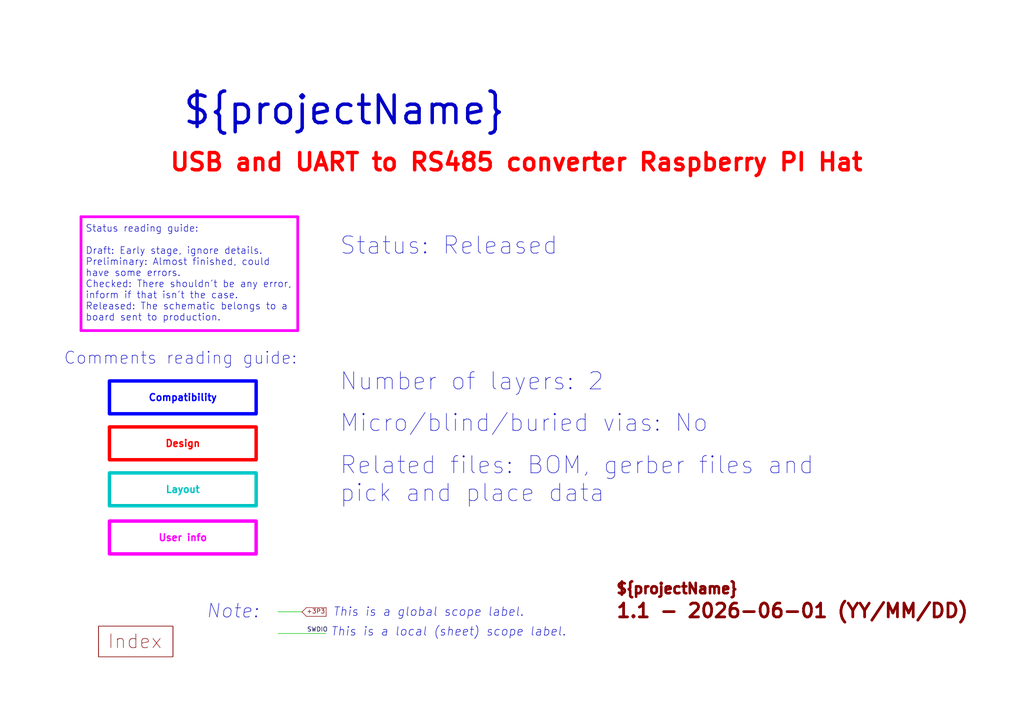
<source format=kicad_sch>
(kicad_sch
	(version 20231120)
	(generator "eeschema")
	(generator_version "8.0")
	(uuid "e63e39d7-6ac0-4ffd-8aa3-1841a4541b55")
	(paper "A4")
	(title_block
		(title "${boardName} - ${coverName}")
		(date "2025-06-06")
		(rev "1.1")
	)
	(lib_symbols)
	(polyline
		(pts
			(xy 87.6046 177.4952) (xy 88.8746 176.2252)
		)
		(stroke
			(width 0)
			(type default)
			(color 132 0 0 1)
		)
		(uuid "0bf230ea-0b23-433b-9e87-f1a3693424ca")
	)
	(polyline
		(pts
			(xy 87.6046 177.4952) (xy 88.8746 178.7652)
		)
		(stroke
			(width 0)
			(type default)
			(color 132 0 0 1)
		)
		(uuid "14947e3d-59e0-4a6b-821d-582920d989b4")
	)
	(polyline
		(pts
			(xy 88.8746 178.7652) (xy 94.5896 178.7652)
		)
		(stroke
			(width 0)
			(type default)
			(color 132 0 0 1)
		)
		(uuid "1aa4048a-c8f3-4568-b409-4246aea0e360")
	)
	(polyline
		(pts
			(xy 94.5896 176.2252) (xy 94.5896 178.1302)
		)
		(stroke
			(width 0)
			(type default)
			(color 132 0 0 1)
		)
		(uuid "1acb670f-3e36-471a-9687-8d8b29854f0d")
	)
	(polyline
		(pts
			(xy 94.5896 178.1302) (xy 94.5896 178.7652)
		)
		(stroke
			(width 0)
			(type default)
			(color 132 0 0 1)
		)
		(uuid "2112a9f6-0d85-4af8-a07b-33fae708dd18")
	)
	(polyline
		(pts
			(xy 23.495 95.885) (xy 23.495 62.865)
		)
		(stroke
			(width 0.8)
			(type default)
			(color 255 0 255 1)
		)
		(uuid "24fc7443-835f-4b76-b57b-a0cefa41df90")
	)
	(polyline
		(pts
			(xy 80.645 183.7436) (xy 94.5388 183.7436)
		)
		(stroke
			(width 0)
			(type default)
			(color 0 194 0 1)
		)
		(uuid "3fc8e4bc-e869-4e65-bb72-1fae8a957c88")
	)
	(polyline
		(pts
			(xy 80.5942 177.4444) (xy 87.6046 177.4444)
		)
		(stroke
			(width 0)
			(type default)
			(color 0 194 0 1)
		)
		(uuid "6decca94-0ffa-45c2-9245-bb391bb25c0b")
	)
	(polyline
		(pts
			(xy 86.36 95.885) (xy 23.495 95.885)
		)
		(stroke
			(width 0.8)
			(type default)
			(color 255 0 255 1)
		)
		(uuid "7ad5102a-93a1-46e6-9d4b-ca2d6b67a6de")
	)
	(polyline
		(pts
			(xy 23.495 62.865) (xy 86.36 62.865)
		)
		(stroke
			(width 0.8)
			(type default)
			(color 255 0 255 1)
		)
		(uuid "b6bbdc53-1fd3-4135-bf18-4b9ea2207ca4")
	)
	(polyline
		(pts
			(xy 86.36 62.865) (xy 86.36 95.885)
		)
		(stroke
			(width 0.8)
			(type default)
			(color 255 0 255 1)
		)
		(uuid "d8522ee7-59e3-411a-a232-b0b35ff56924")
	)
	(polyline
		(pts
			(xy 88.8746 176.2252) (xy 94.5896 176.2252)
		)
		(stroke
			(width 0)
			(type default)
			(color 132 0 0 1)
		)
		(uuid "f5a93e91-ead5-4e42-a9a5-ed1407b11792")
	)
	(text_box "Design"
		(exclude_from_sim no)
		(at 31.75 123.825 0)
		(size 42.545 9.525)
		(stroke
			(width 1)
			(type default)
			(color 255 0 0 1)
		)
		(fill
			(type none)
		)
		(effects
			(font
				(size 2 2)
				(thickness 0.4)
				(bold yes)
				(color 255 0 0 1)
			)
		)
		(uuid "1b5c2cf5-124e-4f86-a474-5c4be9e3fe15")
	)
	(text_box "Compatibility"
		(exclude_from_sim no)
		(at 31.75 110.49 0)
		(size 42.545 9.525)
		(stroke
			(width 1)
			(type default)
			(color 0 0 255 1)
		)
		(fill
			(type none)
		)
		(effects
			(font
				(size 2 2)
				(thickness 0.4)
				(bold yes)
				(color 0 0 255 1)
			)
		)
		(uuid "aa984558-b4fc-4402-9b3a-f167ab16e118")
	)
	(text_box "User info"
		(exclude_from_sim no)
		(at 31.75 151.13 0)
		(size 42.545 9.525)
		(stroke
			(width 1)
			(type default)
			(color 255 0 255 1)
		)
		(fill
			(type none)
		)
		(effects
			(font
				(size 2 2)
				(thickness 0.4)
				(bold yes)
				(color 255 0 255 1)
			)
		)
		(uuid "d227550d-c416-4488-9140-4b84e954cb08")
	)
	(text_box "Layout"
		(exclude_from_sim no)
		(at 31.75 137.16 0)
		(size 42.545 9.525)
		(stroke
			(width 1)
			(type default)
			(color 0 194 194 1)
		)
		(fill
			(type none)
		)
		(effects
			(font
				(size 2 2)
				(thickness 0.4)
				(bold yes)
				(color 0 194 194 1)
			)
		)
		(uuid "d96af5ad-2b4d-4ea1-a386-5433a78f90a2")
	)
	(text "${REVISION} - ${CURRENT_DATE} (YY/MM/DD)"
		(exclude_from_sim no)
		(at 178.435 179.705 0)
		(effects
			(font
				(size 4 4)
				(thickness 0.8)
				(bold yes)
				(color 132 0 0 1)
			)
			(justify left bottom)
		)
		(uuid "1a781d91-6be6-445f-96e2-06e76b7517a4")
	)
	(text "Status reading guide:\n\nDraft: Early stage, ignore details.\nPreliminary: Almost finished, could\nhave some errors.\nChecked: There shouldn't be any error,\ninform if that isn't the case.\nReleased: The schematic belongs to a \nboard sent to production."
		(exclude_from_sim no)
		(at 24.765 93.345 0)
		(effects
			(font
				(size 2 2)
			)
			(justify left bottom)
		)
		(uuid "1bcce2a7-1d4a-4ce7-8492-8c5b78c6bc3e")
	)
	(text "${projectName}"
		(exclude_from_sim no)
		(at 52.705 36.83 0)
		(effects
			(font
				(size 8 8)
				(thickness 1)
				(bold yes)
			)
			(justify left bottom)
		)
		(uuid "328b655f-3682-4d72-b986-09747092cdfb")
	)
	(text "This is a global scope label."
		(exclude_from_sim no)
		(at 96.52 179.07 0)
		(effects
			(font
				(size 2.5 2.5)
				(italic yes)
			)
			(justify left bottom)
		)
		(uuid "3b398e0a-4c10-4dcc-aa1f-5dcd51a576d9")
	)
	(text "Micro/blind/buried vias: No"
		(exclude_from_sim no)
		(at 98.425 125.73 0)
		(effects
			(font
				(size 5 5)
			)
			(justify left bottom)
		)
		(uuid "46c31fef-8b6d-4892-b7d6-1b9818ed82f5")
	)
	(text "Status: Released"
		(exclude_from_sim no)
		(at 98.425 74.295 0)
		(effects
			(font
				(size 5 5)
			)
			(justify left bottom)
		)
		(uuid "73b1f676-64a1-4437-9380-52c422752ac5")
	)
	(text "Comments reading guide:"
		(exclude_from_sim no)
		(at 18.415 106.045 0)
		(effects
			(font
				(size 3.5 3.5)
			)
			(justify left bottom)
		)
		(uuid "775fc778-7594-4b1f-8fe4-63abff69d96c")
	)
	(text "Note:"
		(exclude_from_sim no)
		(at 59.69 179.705 0)
		(effects
			(font
				(size 4 4)
				(italic yes)
			)
			(justify left bottom)
		)
		(uuid "7da919a6-904e-41c7-b0f6-91d865a93890")
	)
	(text "USB and UART to RS485 converter Raspberry PI Hat"
		(exclude_from_sim no)
		(at 48.895 50.165 0)
		(effects
			(font
				(size 5 5)
				(thickness 1)
				(bold yes)
				(color 255 0 0 1)
			)
			(justify left bottom)
		)
		(uuid "81a41d77-af36-4ec3-adf9-ecd6ea389e60")
	)
	(text "Related files: BOM, gerber files and\npick and place data"
		(exclude_from_sim no)
		(at 98.425 146.05 0)
		(effects
			(font
				(size 5 5)
			)
			(justify left bottom)
		)
		(uuid "99e5628a-8c61-4f9d-aa6e-5b585271b505")
	)
	(text "This is a local (sheet) scope label."
		(exclude_from_sim no)
		(at 95.885 184.785 0)
		(effects
			(font
				(size 2.5 2.5)
				(italic yes)
			)
			(justify left bottom)
		)
		(uuid "b3eebb03-af8c-48e8-a7d9-5ec3741206fa")
	)
	(text "SWDIO"
		(exclude_from_sim no)
		(at 89.027 183.4896 0)
		(effects
			(font
				(size 1.27 1.27)
				(color 0 0 72 1)
			)
			(justify left bottom)
		)
		(uuid "b5a00e1a-8c36-403e-aef8-ba74acad49ad")
	)
	(text "Index"
		(exclude_from_sim no)
		(at 31.115 188.595 0)
		(effects
			(font
				(size 4 4)
				(color 132 0 0 1)
			)
			(justify left bottom)
		)
		(uuid "c9c312d0-f746-4447-b3a4-7e610e80ec0a")
	)
	(text "+3P3"
		(exclude_from_sim no)
		(at 88.8746 178.2572 0)
		(effects
			(font
				(size 1.27 1.27)
				(color 132 0 0 1)
			)
			(justify left bottom)
		)
		(uuid "d06ce84f-88fb-4292-9589-fa22d07854b6")
	)
	(text "Number of layers: 2"
		(exclude_from_sim no)
		(at 98.425 113.665 0)
		(effects
			(font
				(size 5 5)
			)
			(justify left bottom)
		)
		(uuid "d46f6682-7aa3-41f8-8dfe-bfed3b1f9948")
	)
	(text "${projectName}"
		(exclude_from_sim no)
		(at 178.435 172.72 0)
		(effects
			(font
				(size 3 3)
				(thickness 0.8)
				(bold yes)
				(color 132 0 0 1)
			)
			(justify left bottom)
		)
		(uuid "e9800da5-11f3-4507-a140-586b6e0c4238")
	)
	(sheet
		(at 28.575 181.61)
		(size 21.59 8.89)
		(fields_autoplaced yes)
		(stroke
			(width 0.1524)
			(type solid)
		)
		(fill
			(color 0 0 0 0.0000)
		)
		(uuid "eef31ba5-994a-4dab-8b67-8b56d6ec3764")
		(property "Sheetname" "index"
			(at 28.575 180.8984 0)
			(effects
				(font
					(size 1.27 1.27)
				)
				(justify left bottom)
				(hide yes)
			)
		)
		(property "Sheetfile" "index.kicad_sch"
			(at 28.575 191.0846 0)
			(effects
				(font
					(size 1.27 1.27)
				)
				(justify left top)
				(hide yes)
			)
		)
		(instances
			(project "1.1"
				(path "/e63e39d7-6ac0-4ffd-8aa3-1841a4541b55"
					(page "2")
				)
			)
		)
	)
	(sheet_instances
		(path "/"
			(page "1")
		)
	)
)

</source>
